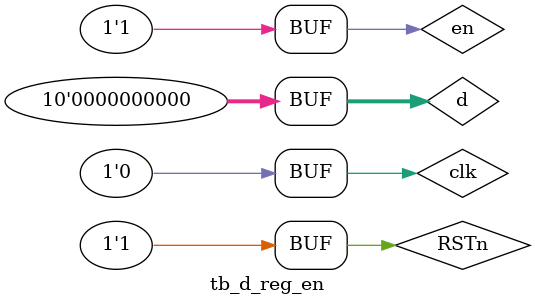
<source format=sv>
`timescale 1 ns/10 ps  // time-unit = 1 ns, precision = 10 ps

module tb_d_reg_en;

parameter numBit = 10;

logic RSTn, clk, en;
logic[numBit-1:0] d, q;

d_reg_en #(numBit) DUT (.d(d), .en(en), .RSTn(RSTn), .clk(clk), .q(q));

initial
begin
  RSTn = 1'b0;
  d = {numBit{1'b1}};
  clk = 1'b0;
  en = 1'b0;
  #40us;
  RSTn = 1'b1;
  d = {numBit{1'b1}};
  #10us;
  en = 1'b1;
  #60us;
  RSTn = 1'b1;
  d = {numBit{1'b0}};
end

// Clock generator
always
begin
  #5us clk = 1;
  #5us clk = 0;
end


endmodule

</source>
